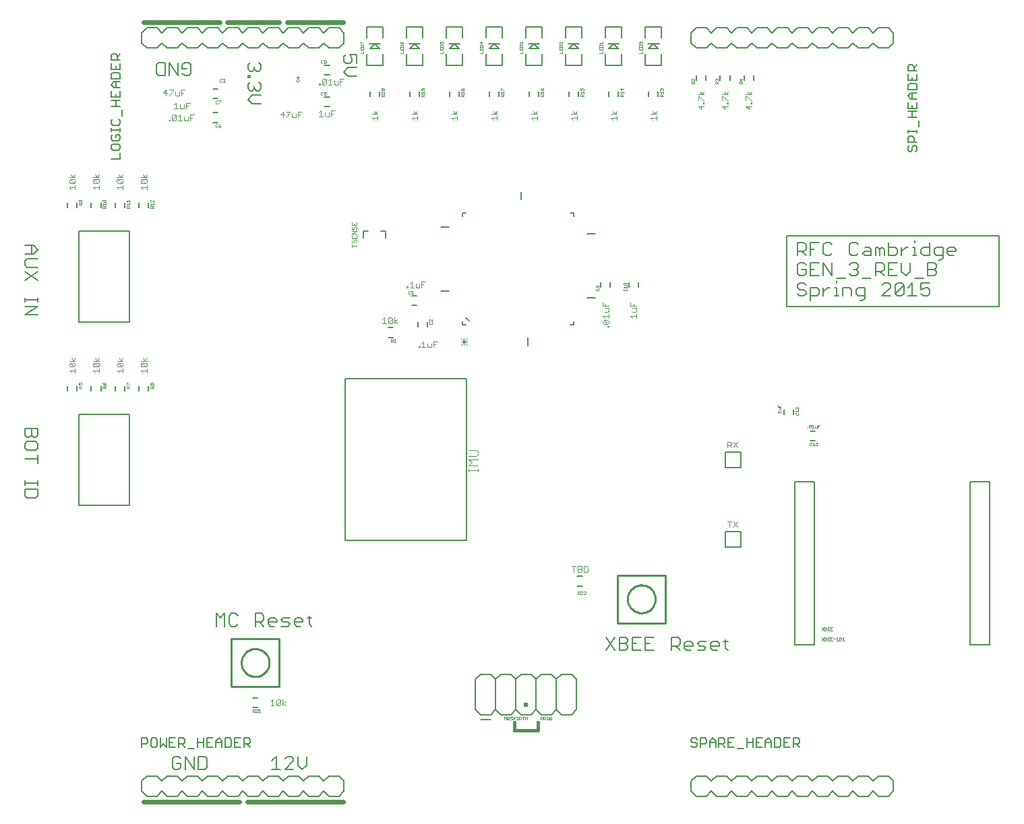
<source format=gto>
G75*
G70*
%OFA0B0*%
%FSLAX24Y24*%
%IPPOS*%
%LPD*%
%AMOC8*
5,1,8,0,0,1.08239X$1,22.5*
%
%ADD10C,0.0060*%
%ADD11C,0.0240*%
%ADD12C,0.0160*%
%ADD13C,0.0080*%
%ADD14C,0.0050*%
%ADD15C,0.0010*%
%ADD16C,0.0030*%
%ADD17R,0.0200X0.0200*%
%ADD18C,0.0020*%
%ADD19C,0.0100*%
%ADD20C,0.0040*%
D10*
X010643Y008302D02*
X010750Y008195D01*
X010963Y008195D01*
X011070Y008302D01*
X011070Y008516D01*
X010857Y008516D01*
X011070Y008729D02*
X010963Y008836D01*
X010750Y008836D01*
X010643Y008729D01*
X010643Y008302D01*
X011288Y008195D02*
X011288Y008836D01*
X011715Y008195D01*
X011715Y008836D01*
X011932Y008836D02*
X012252Y008836D01*
X012359Y008729D01*
X012359Y008302D01*
X012252Y008195D01*
X011932Y008195D01*
X011932Y008836D01*
X014629Y011276D02*
X014865Y011276D01*
X014865Y011748D02*
X014629Y011748D01*
X015778Y008836D02*
X015778Y008195D01*
X015991Y008195D02*
X015564Y008195D01*
X015564Y008622D02*
X015778Y008836D01*
X016209Y008729D02*
X016316Y008836D01*
X016529Y008836D01*
X016636Y008729D01*
X016636Y008622D01*
X016209Y008195D01*
X016636Y008195D01*
X016853Y008409D02*
X017067Y008195D01*
X017280Y008409D01*
X017280Y008836D01*
X016853Y008836D02*
X016853Y008409D01*
X016782Y015282D02*
X016676Y015389D01*
X016676Y015602D01*
X016782Y015709D01*
X016996Y015709D01*
X017103Y015602D01*
X017103Y015495D01*
X016676Y015495D01*
X016782Y015282D02*
X016996Y015282D01*
X017427Y015389D02*
X017427Y015816D01*
X017320Y015709D02*
X017534Y015709D01*
X017427Y015389D02*
X017534Y015282D01*
X016458Y015389D02*
X016351Y015495D01*
X016138Y015495D01*
X016031Y015602D01*
X016138Y015709D01*
X016458Y015709D01*
X016458Y015389D02*
X016351Y015282D01*
X016031Y015282D01*
X015814Y015495D02*
X015387Y015495D01*
X015387Y015389D02*
X015387Y015602D01*
X015493Y015709D01*
X015707Y015709D01*
X015814Y015602D01*
X015814Y015495D01*
X015707Y015282D02*
X015493Y015282D01*
X015387Y015389D01*
X015169Y015282D02*
X014956Y015495D01*
X015062Y015495D02*
X014742Y015495D01*
X014742Y015282D02*
X014742Y015923D01*
X015062Y015923D01*
X015169Y015816D01*
X015169Y015602D01*
X015062Y015495D01*
X013880Y015389D02*
X013773Y015282D01*
X013560Y015282D01*
X013453Y015389D01*
X013453Y015816D01*
X013560Y015923D01*
X013773Y015923D01*
X013880Y015816D01*
X013235Y015923D02*
X013235Y015282D01*
X012808Y015282D02*
X012808Y015923D01*
X013022Y015709D01*
X013235Y015923D01*
X004000Y021736D02*
X004000Y022057D01*
X003360Y022057D01*
X003360Y021736D01*
X003466Y021630D01*
X003893Y021630D01*
X004000Y021736D01*
X004000Y022273D02*
X004000Y022486D01*
X004000Y022380D02*
X003360Y022380D01*
X003360Y022486D02*
X003360Y022273D01*
X004000Y023348D02*
X004000Y023775D01*
X004000Y023562D02*
X003360Y023562D01*
X003466Y023993D02*
X003893Y023993D01*
X004000Y024100D01*
X004000Y024313D01*
X003893Y024420D01*
X003466Y024420D01*
X003360Y024313D01*
X003360Y024100D01*
X003466Y023993D01*
X003466Y024637D02*
X003360Y024744D01*
X003360Y025064D01*
X004000Y025064D01*
X004000Y024744D01*
X003893Y024637D01*
X003787Y024637D01*
X003680Y024744D01*
X003680Y025064D01*
X003680Y024744D02*
X003573Y024637D01*
X003466Y024637D01*
X005456Y026945D02*
X005456Y027181D01*
X005928Y027181D02*
X005928Y026945D01*
X006637Y026945D02*
X006637Y027181D01*
X007109Y027181D02*
X007109Y026945D01*
X007818Y026945D02*
X007818Y027181D01*
X008290Y027181D02*
X008290Y026945D01*
X008999Y026945D02*
X008999Y027181D01*
X009471Y027181D02*
X009471Y026945D01*
X004000Y030685D02*
X003360Y030685D01*
X004000Y031112D01*
X003360Y031112D01*
X003360Y031328D02*
X003360Y031541D01*
X003360Y031435D02*
X004000Y031435D01*
X004000Y031541D02*
X004000Y031328D01*
X004000Y032403D02*
X003360Y032831D01*
X003466Y033048D02*
X004000Y033048D01*
X004000Y032831D02*
X003360Y032403D01*
X003466Y033048D02*
X003360Y033155D01*
X003360Y033368D01*
X003466Y033475D01*
X004000Y033475D01*
X003787Y033693D02*
X003360Y033693D01*
X003680Y033693D02*
X003680Y034120D01*
X003787Y034120D02*
X004000Y033906D01*
X003787Y033693D01*
X003787Y034120D02*
X003360Y034120D01*
X005456Y036000D02*
X005456Y036236D01*
X005928Y036236D02*
X005928Y036000D01*
X006637Y036000D02*
X006637Y036236D01*
X007109Y036236D02*
X007109Y036000D01*
X007818Y036000D02*
X007818Y036236D01*
X008290Y036236D02*
X008290Y036000D01*
X008999Y036000D02*
X008999Y036236D01*
X009471Y036236D02*
X009471Y036000D01*
X012660Y040213D02*
X012897Y040213D01*
X012897Y040685D02*
X012660Y040685D01*
X012660Y041394D02*
X012897Y041394D01*
X012897Y041866D02*
X012660Y041866D01*
X011567Y042641D02*
X011567Y043068D01*
X011461Y043175D01*
X011247Y043175D01*
X011140Y043068D01*
X011140Y042854D01*
X011354Y042854D01*
X011567Y042641D02*
X011461Y042534D01*
X011247Y042534D01*
X011140Y042641D01*
X010923Y042534D02*
X010496Y043175D01*
X010496Y042534D01*
X010278Y042534D02*
X009958Y042534D01*
X009851Y042641D01*
X009851Y043068D01*
X009958Y043175D01*
X010278Y043175D01*
X010278Y042534D01*
X010923Y042534D02*
X010923Y043175D01*
X014383Y043068D02*
X014383Y042854D01*
X014490Y042748D01*
X014597Y042748D01*
X014704Y042854D01*
X014704Y042961D01*
X014704Y042854D02*
X014810Y042748D01*
X014917Y042748D01*
X015024Y042854D01*
X015024Y043068D01*
X014917Y043175D01*
X014490Y043175D02*
X014383Y043068D01*
X014383Y042530D02*
X014383Y042423D01*
X014490Y042423D01*
X014490Y042530D01*
X014383Y042530D01*
X014490Y042208D02*
X014383Y042101D01*
X014383Y041888D01*
X014490Y041781D01*
X014597Y041781D01*
X014704Y041888D01*
X014704Y041994D01*
X014704Y041888D02*
X014810Y041781D01*
X014917Y041781D01*
X015024Y041888D01*
X015024Y042101D01*
X014917Y042208D01*
X015024Y041563D02*
X014597Y041563D01*
X014383Y041350D01*
X014597Y041136D01*
X015024Y041136D01*
X018172Y041000D02*
X018408Y041000D01*
X018408Y041472D02*
X018172Y041472D01*
X019321Y042497D02*
X019748Y042497D01*
X019321Y042497D02*
X019108Y042710D01*
X019321Y042924D01*
X019748Y042924D01*
X019748Y043141D02*
X019748Y043568D01*
X019428Y043568D01*
X019535Y043355D01*
X019535Y043248D01*
X019428Y043141D01*
X019214Y043141D01*
X019108Y043248D01*
X019108Y043462D01*
X019214Y043568D01*
X018408Y043047D02*
X018172Y043047D01*
X018172Y042575D02*
X018408Y042575D01*
X020416Y041748D02*
X020416Y041512D01*
X020889Y041512D02*
X020889Y041748D01*
X022385Y041748D02*
X022385Y041512D01*
X022857Y041512D02*
X022857Y041748D01*
X024353Y041748D02*
X024353Y041512D01*
X024826Y041512D02*
X024826Y041748D01*
X026322Y041748D02*
X026322Y041512D01*
X026794Y041512D02*
X026794Y041748D01*
X028290Y041748D02*
X028290Y041512D01*
X028763Y041512D02*
X028763Y041748D01*
X030259Y041748D02*
X030259Y041512D01*
X030731Y041512D02*
X030731Y041748D01*
X032227Y041748D02*
X032227Y041512D01*
X032700Y041512D02*
X032700Y041748D01*
X034196Y041748D02*
X034196Y041512D01*
X034668Y041512D02*
X034668Y041748D01*
X036558Y042299D02*
X036558Y042535D01*
X037030Y042535D02*
X037030Y042299D01*
X037739Y042299D02*
X037739Y042535D01*
X038211Y042535D02*
X038211Y042299D01*
X038920Y042299D02*
X038920Y042535D01*
X039393Y042535D02*
X039393Y042299D01*
X030499Y035729D02*
X030329Y035729D01*
X030499Y035729D02*
X030499Y035559D01*
X031149Y034699D02*
X031549Y034699D01*
X031834Y032299D02*
X031834Y032063D01*
X032306Y032063D02*
X032306Y032299D01*
X033211Y032299D02*
X033211Y032063D01*
X033684Y032063D02*
X033684Y032299D01*
X031559Y031549D02*
X031159Y031549D01*
X030499Y030379D02*
X030499Y030209D01*
X030329Y030209D01*
X028209Y029559D02*
X028209Y029159D01*
X025309Y030389D02*
X025159Y030539D01*
X024979Y030379D02*
X024979Y030209D01*
X025149Y030209D01*
X024319Y031869D02*
X023919Y031869D01*
X022739Y031630D02*
X022503Y031630D01*
X022503Y031157D02*
X022739Y031157D01*
X022778Y030331D02*
X022778Y030094D01*
X023251Y030094D02*
X023251Y030331D01*
X021558Y030055D02*
X021322Y030055D01*
X021322Y029583D02*
X021558Y029583D01*
X023919Y035029D02*
X024319Y035029D01*
X024979Y035559D02*
X024979Y035729D01*
X025149Y035729D01*
X027899Y036389D02*
X027899Y036779D01*
X041549Y034261D02*
X041549Y033621D01*
X041549Y033834D02*
X041869Y033834D01*
X041976Y033941D01*
X041976Y034154D01*
X041869Y034261D01*
X041549Y034261D01*
X041762Y033834D02*
X041976Y033621D01*
X042193Y033621D02*
X042193Y034261D01*
X042620Y034261D01*
X042838Y034154D02*
X042838Y033727D01*
X042944Y033621D01*
X043158Y033621D01*
X043265Y033727D01*
X043265Y034154D02*
X043158Y034261D01*
X042944Y034261D01*
X042838Y034154D01*
X042407Y033941D02*
X042193Y033941D01*
X042193Y033261D02*
X042193Y032621D01*
X042620Y032621D01*
X042838Y032621D02*
X042838Y033261D01*
X043265Y032621D01*
X043265Y033261D01*
X042620Y033261D02*
X042193Y033261D01*
X041976Y033154D02*
X041869Y033261D01*
X041655Y033261D01*
X041549Y033154D01*
X041549Y032727D01*
X041655Y032621D01*
X041869Y032621D01*
X041976Y032727D01*
X041976Y032941D01*
X041762Y032941D01*
X042193Y032941D02*
X042407Y032941D01*
X041869Y032261D02*
X041655Y032261D01*
X041549Y032154D01*
X041549Y032048D01*
X041655Y031941D01*
X041869Y031941D01*
X041976Y031834D01*
X041976Y031727D01*
X041869Y031621D01*
X041655Y031621D01*
X041549Y031727D01*
X041976Y032154D02*
X041869Y032261D01*
X042193Y032048D02*
X042513Y032048D01*
X042620Y031941D01*
X042620Y031727D01*
X042513Y031621D01*
X042193Y031621D01*
X042193Y031407D02*
X042193Y032048D01*
X042838Y032048D02*
X042838Y031621D01*
X042838Y031834D02*
X043051Y032048D01*
X043158Y032048D01*
X043375Y032048D02*
X043482Y032048D01*
X043482Y031621D01*
X043588Y031621D02*
X043375Y031621D01*
X043805Y031621D02*
X043805Y032048D01*
X044125Y032048D01*
X044232Y031941D01*
X044232Y031621D01*
X044449Y031727D02*
X044556Y031621D01*
X044876Y031621D01*
X044876Y031514D02*
X044876Y032048D01*
X044556Y032048D01*
X044449Y031941D01*
X044449Y031727D01*
X044663Y031407D02*
X044769Y031407D01*
X044876Y031514D01*
X045738Y031621D02*
X046165Y032048D01*
X046165Y032154D01*
X046058Y032261D01*
X045845Y032261D01*
X045738Y032154D01*
X045843Y032621D02*
X045629Y032834D01*
X045736Y032834D02*
X045416Y032834D01*
X045416Y032621D02*
X045416Y033261D01*
X045736Y033261D01*
X045843Y033154D01*
X045843Y032941D01*
X045736Y032834D01*
X046060Y032941D02*
X046274Y032941D01*
X046487Y033261D02*
X046060Y033261D01*
X046060Y032621D01*
X046487Y032621D01*
X046705Y032834D02*
X046918Y032621D01*
X047132Y032834D01*
X047132Y033261D01*
X047242Y033621D02*
X047456Y033621D01*
X047349Y033621D02*
X047349Y034048D01*
X047242Y034048D01*
X047025Y034048D02*
X046918Y034048D01*
X046705Y033834D01*
X046705Y033621D02*
X046705Y034048D01*
X046487Y033941D02*
X046381Y034048D01*
X046060Y034048D01*
X046060Y034261D02*
X046060Y033621D01*
X046381Y033621D01*
X046487Y033727D01*
X046487Y033941D01*
X045843Y033941D02*
X045843Y033621D01*
X045629Y033621D02*
X045629Y033941D01*
X045736Y034048D01*
X045843Y033941D01*
X045629Y033941D02*
X045523Y034048D01*
X045416Y034048D01*
X045416Y033621D01*
X045198Y033621D02*
X044878Y033621D01*
X044771Y033727D01*
X044878Y033834D01*
X045198Y033834D01*
X045198Y033941D02*
X045198Y033621D01*
X045198Y033941D02*
X045092Y034048D01*
X044878Y034048D01*
X044554Y034154D02*
X044447Y034261D01*
X044234Y034261D01*
X044127Y034154D01*
X044127Y033727D01*
X044234Y033621D01*
X044447Y033621D01*
X044554Y033727D01*
X044447Y033261D02*
X044234Y033261D01*
X044127Y033154D01*
X044340Y032941D02*
X044447Y032941D01*
X044554Y032834D01*
X044554Y032727D01*
X044447Y032621D01*
X044234Y032621D01*
X044127Y032727D01*
X043909Y032514D02*
X043482Y032514D01*
X043482Y032368D02*
X043482Y032261D01*
X044447Y032941D02*
X044554Y033048D01*
X044554Y033154D01*
X044447Y033261D01*
X044771Y032514D02*
X045198Y032514D01*
X045738Y031621D02*
X046165Y031621D01*
X046383Y031727D02*
X046383Y032154D01*
X046489Y032261D01*
X046703Y032261D01*
X046810Y032154D01*
X046383Y031727D01*
X046489Y031621D01*
X046703Y031621D01*
X046810Y031727D01*
X046810Y032154D01*
X047027Y032048D02*
X047241Y032261D01*
X047241Y031621D01*
X047454Y031621D02*
X047027Y031621D01*
X047672Y031727D02*
X047779Y031621D01*
X047992Y031621D01*
X048099Y031727D01*
X048099Y031941D01*
X047992Y032048D01*
X047885Y032048D01*
X047672Y031941D01*
X047672Y032261D01*
X048099Y032261D01*
X047994Y032621D02*
X048314Y032621D01*
X048421Y032727D01*
X048421Y032834D01*
X048314Y032941D01*
X047994Y032941D01*
X047994Y033261D02*
X048314Y033261D01*
X048421Y033154D01*
X048421Y033048D01*
X048314Y032941D01*
X047994Y032621D02*
X047994Y033261D01*
X048099Y033621D02*
X047779Y033621D01*
X047672Y033727D01*
X047672Y033941D01*
X047779Y034048D01*
X048099Y034048D01*
X048099Y034261D02*
X048099Y033621D01*
X048316Y033727D02*
X048423Y033621D01*
X048743Y033621D01*
X048743Y033514D02*
X048743Y034048D01*
X048423Y034048D01*
X048316Y033941D01*
X048316Y033727D01*
X048530Y033407D02*
X048637Y033407D01*
X048743Y033514D01*
X048961Y033727D02*
X048961Y033941D01*
X049068Y034048D01*
X049281Y034048D01*
X049388Y033941D01*
X049388Y033834D01*
X048961Y033834D01*
X048961Y033727D02*
X049068Y033621D01*
X049281Y033621D01*
X047777Y032514D02*
X047350Y032514D01*
X046705Y032834D02*
X046705Y033261D01*
X047349Y034261D02*
X047349Y034368D01*
X041361Y026000D02*
X041361Y025764D01*
X040889Y025764D02*
X040889Y026000D01*
X042188Y024937D02*
X042424Y024937D01*
X042424Y024465D02*
X042188Y024465D01*
X030908Y017752D02*
X030672Y017752D01*
X030672Y017280D02*
X030908Y017280D01*
X032100Y014741D02*
X032527Y014101D01*
X032744Y014101D02*
X033065Y014101D01*
X033171Y014208D01*
X033171Y014314D01*
X033065Y014421D01*
X032744Y014421D01*
X032744Y014101D02*
X032744Y014741D01*
X033065Y014741D01*
X033171Y014635D01*
X033171Y014528D01*
X033065Y014421D01*
X033389Y014421D02*
X033602Y014421D01*
X033389Y014101D02*
X033816Y014101D01*
X034033Y014101D02*
X034460Y014101D01*
X034247Y014421D02*
X034033Y014421D01*
X034033Y014741D02*
X034033Y014101D01*
X034033Y014741D02*
X034460Y014741D01*
X033816Y014741D02*
X033389Y014741D01*
X033389Y014101D01*
X032527Y014741D02*
X032100Y014101D01*
X030633Y012656D02*
X030383Y012906D01*
X029883Y012906D01*
X029633Y012656D01*
X029633Y011156D01*
X029883Y010906D01*
X030383Y010906D01*
X030633Y011156D01*
X030633Y012656D01*
X029633Y012656D02*
X029383Y012906D01*
X028883Y012906D01*
X028633Y012656D01*
X028633Y011156D01*
X028883Y010906D01*
X029383Y010906D01*
X029633Y011156D01*
X028633Y011156D02*
X028383Y010906D01*
X027883Y010906D01*
X027633Y011156D01*
X027633Y012656D01*
X027883Y012906D01*
X028383Y012906D01*
X028633Y012656D01*
X027633Y012656D02*
X027383Y012906D01*
X026883Y012906D01*
X026633Y012656D01*
X026633Y011156D01*
X026883Y010906D01*
X027383Y010906D01*
X027633Y011156D01*
X026633Y011156D02*
X026383Y010906D01*
X025883Y010906D01*
X025633Y011156D01*
X025633Y012656D01*
X025883Y012906D01*
X026383Y012906D01*
X026633Y012656D01*
X035323Y014101D02*
X035323Y014741D01*
X035643Y014741D01*
X035750Y014635D01*
X035750Y014421D01*
X035643Y014314D01*
X035323Y014314D01*
X035536Y014314D02*
X035750Y014101D01*
X035967Y014208D02*
X035967Y014421D01*
X036074Y014528D01*
X036287Y014528D01*
X036394Y014421D01*
X036394Y014314D01*
X035967Y014314D01*
X035967Y014208D02*
X036074Y014101D01*
X036287Y014101D01*
X036612Y014101D02*
X036932Y014101D01*
X037039Y014208D01*
X036932Y014314D01*
X036718Y014314D01*
X036612Y014421D01*
X036718Y014528D01*
X037039Y014528D01*
X037256Y014421D02*
X037363Y014528D01*
X037576Y014528D01*
X037683Y014421D01*
X037683Y014314D01*
X037256Y014314D01*
X037256Y014208D02*
X037256Y014421D01*
X037256Y014208D02*
X037363Y014101D01*
X037576Y014101D01*
X038007Y014208D02*
X038114Y014101D01*
X038007Y014208D02*
X038007Y014635D01*
X037901Y014528D02*
X038114Y014528D01*
D11*
X013960Y006591D02*
X009235Y006591D01*
X014353Y006591D02*
X019078Y006591D01*
X019078Y045173D02*
X016322Y045173D01*
X015928Y045173D02*
X013369Y045173D01*
X012975Y045173D02*
X009235Y045173D01*
D12*
X027542Y010528D02*
X027542Y010134D01*
X028723Y010134D01*
X028723Y010528D01*
D13*
X026383Y010656D02*
X025883Y010656D01*
X019129Y007628D02*
X019129Y007128D01*
X018879Y006878D01*
X018379Y006878D01*
X018129Y007128D01*
X017879Y006878D01*
X017379Y006878D01*
X017129Y007128D01*
X016879Y006878D01*
X016379Y006878D01*
X016129Y007128D01*
X015879Y006878D01*
X015379Y006878D01*
X015129Y007128D01*
X014879Y006878D01*
X014379Y006878D01*
X014129Y007128D01*
X013879Y006878D01*
X013379Y006878D01*
X013129Y007128D01*
X012879Y006878D01*
X012379Y006878D01*
X012129Y007128D01*
X011879Y006878D01*
X011379Y006878D01*
X011129Y007128D01*
X010879Y006878D01*
X010379Y006878D01*
X010129Y007128D01*
X009879Y006878D01*
X009379Y006878D01*
X009129Y007128D01*
X009129Y007628D01*
X009379Y007878D01*
X009879Y007878D01*
X010129Y007628D01*
X010379Y007878D01*
X010879Y007878D01*
X011129Y007628D01*
X011379Y007878D01*
X011879Y007878D01*
X012129Y007628D01*
X012379Y007878D01*
X012879Y007878D01*
X013129Y007628D01*
X013379Y007878D01*
X013879Y007878D01*
X014129Y007628D01*
X014379Y007878D01*
X014879Y007878D01*
X015129Y007628D01*
X015379Y007878D01*
X015879Y007878D01*
X016129Y007628D01*
X016379Y007878D01*
X016879Y007878D01*
X017129Y007628D01*
X017379Y007878D01*
X017879Y007878D01*
X018129Y007628D01*
X018379Y007878D01*
X018879Y007878D01*
X019129Y007628D01*
X036294Y007628D02*
X036294Y007128D01*
X036544Y006878D01*
X037044Y006878D01*
X037294Y007128D01*
X037544Y006878D01*
X038044Y006878D01*
X038294Y007128D01*
X038544Y006878D01*
X039044Y006878D01*
X039294Y007128D01*
X039544Y006878D01*
X040044Y006878D01*
X040294Y007128D01*
X040544Y006878D01*
X041044Y006878D01*
X041294Y007128D01*
X041544Y006878D01*
X042044Y006878D01*
X042294Y007128D01*
X042544Y006878D01*
X043044Y006878D01*
X043294Y007128D01*
X043544Y006878D01*
X044044Y006878D01*
X044294Y007128D01*
X044544Y006878D01*
X045044Y006878D01*
X045294Y007128D01*
X045544Y006878D01*
X046044Y006878D01*
X046294Y007128D01*
X046294Y007628D01*
X046044Y007878D01*
X045544Y007878D01*
X045294Y007628D01*
X045044Y007878D01*
X044544Y007878D01*
X044294Y007628D01*
X044044Y007878D01*
X043544Y007878D01*
X043294Y007628D01*
X043044Y007878D01*
X042544Y007878D01*
X042294Y007628D01*
X042044Y007878D01*
X041544Y007878D01*
X041294Y007628D01*
X041044Y007878D01*
X040544Y007878D01*
X040294Y007628D01*
X040044Y007878D01*
X039544Y007878D01*
X039294Y007628D01*
X039044Y007878D01*
X038544Y007878D01*
X038294Y007628D01*
X038044Y007878D01*
X037544Y007878D01*
X037294Y007628D01*
X037044Y007878D01*
X036544Y007878D01*
X036294Y007628D01*
X041420Y014366D02*
X042404Y014366D01*
X042404Y022437D01*
X041420Y022437D01*
X041420Y014366D01*
X050082Y014366D02*
X050082Y022437D01*
X051066Y022437D01*
X051066Y014366D01*
X050082Y014366D01*
X021204Y034504D02*
X021204Y034819D01*
X020967Y034819D01*
X020337Y034819D02*
X020101Y034819D01*
X020101Y034504D01*
X020259Y043047D02*
X021046Y043047D01*
X021046Y043598D01*
X020889Y043874D02*
X020652Y044110D01*
X020416Y043874D01*
X020889Y043874D01*
X020928Y044110D02*
X020652Y044110D01*
X020377Y044110D01*
X020259Y044386D02*
X020259Y044937D01*
X021046Y044937D01*
X021046Y044386D01*
X020259Y043598D02*
X020259Y043047D01*
X019129Y044136D02*
X018879Y043886D01*
X018379Y043886D01*
X018129Y044136D01*
X017879Y043886D01*
X017379Y043886D01*
X017129Y044136D01*
X016879Y043886D01*
X016379Y043886D01*
X016129Y044136D01*
X015879Y043886D01*
X015379Y043886D01*
X015129Y044136D01*
X014879Y043886D01*
X014379Y043886D01*
X014129Y044136D01*
X013879Y043886D01*
X013379Y043886D01*
X013129Y044136D01*
X012879Y043886D01*
X012379Y043886D01*
X012129Y044136D01*
X011879Y043886D01*
X011379Y043886D01*
X011129Y044136D01*
X010879Y043886D01*
X010379Y043886D01*
X010129Y044136D01*
X009879Y043886D01*
X009379Y043886D01*
X009129Y044136D01*
X009129Y044636D01*
X009379Y044886D01*
X009879Y044886D01*
X010129Y044636D01*
X010379Y044886D01*
X010879Y044886D01*
X011129Y044636D01*
X011379Y044886D01*
X011879Y044886D01*
X012129Y044636D01*
X012379Y044886D01*
X012879Y044886D01*
X013129Y044636D01*
X013379Y044886D01*
X013879Y044886D01*
X014129Y044636D01*
X014379Y044886D01*
X014879Y044886D01*
X015129Y044636D01*
X015379Y044886D01*
X015879Y044886D01*
X016129Y044636D01*
X016379Y044886D01*
X016879Y044886D01*
X017129Y044636D01*
X017379Y044886D01*
X017879Y044886D01*
X018129Y044636D01*
X018379Y044886D01*
X018879Y044886D01*
X019129Y044636D01*
X019129Y044136D01*
X022227Y044386D02*
X022227Y044937D01*
X023015Y044937D01*
X023015Y044386D01*
X022897Y044110D02*
X022621Y044110D01*
X022857Y043874D01*
X022385Y043874D01*
X022621Y044110D01*
X022345Y044110D01*
X022227Y043598D02*
X022227Y043047D01*
X023015Y043047D01*
X023015Y043598D01*
X024196Y043598D02*
X024196Y043047D01*
X024983Y043047D01*
X024983Y043598D01*
X024826Y043874D02*
X024589Y044110D01*
X024353Y043874D01*
X024826Y043874D01*
X024865Y044110D02*
X024589Y044110D01*
X024314Y044110D01*
X024196Y044386D02*
X024196Y044937D01*
X024983Y044937D01*
X024983Y044386D01*
X026164Y044386D02*
X026164Y044937D01*
X026952Y044937D01*
X026952Y044386D01*
X026834Y044110D02*
X026558Y044110D01*
X026794Y043874D01*
X026322Y043874D01*
X026558Y044110D01*
X026282Y044110D01*
X026164Y043598D02*
X026164Y043047D01*
X026952Y043047D01*
X026952Y043598D01*
X028133Y043598D02*
X028133Y043047D01*
X028920Y043047D01*
X028920Y043598D01*
X028763Y043874D02*
X028526Y044110D01*
X028290Y043874D01*
X028763Y043874D01*
X028802Y044110D02*
X028526Y044110D01*
X028251Y044110D01*
X028133Y044386D02*
X028133Y044937D01*
X028920Y044937D01*
X028920Y044386D01*
X030101Y044386D02*
X030101Y044937D01*
X030889Y044937D01*
X030889Y044386D01*
X030771Y044110D02*
X030495Y044110D01*
X030731Y043874D01*
X030259Y043874D01*
X030495Y044110D01*
X030219Y044110D01*
X030101Y043598D02*
X030101Y043047D01*
X030889Y043047D01*
X030889Y043598D01*
X032070Y043598D02*
X032070Y043047D01*
X032857Y043047D01*
X032857Y043598D01*
X032700Y043874D02*
X032463Y044110D01*
X032227Y043874D01*
X032700Y043874D01*
X032739Y044110D02*
X032463Y044110D01*
X032188Y044110D01*
X032070Y044386D02*
X032070Y044937D01*
X032857Y044937D01*
X032857Y044386D01*
X034038Y044386D02*
X034038Y044937D01*
X034826Y044937D01*
X034826Y044386D01*
X034708Y044110D02*
X034432Y044110D01*
X034668Y043874D01*
X034196Y043874D01*
X034432Y044110D01*
X034156Y044110D01*
X034038Y043598D02*
X034038Y043047D01*
X034826Y043047D01*
X034826Y043598D01*
X036294Y044136D02*
X036294Y044636D01*
X036544Y044886D01*
X037044Y044886D01*
X037294Y044636D01*
X037544Y044886D01*
X038044Y044886D01*
X038294Y044636D01*
X038544Y044886D01*
X039044Y044886D01*
X039294Y044636D01*
X039544Y044886D01*
X040044Y044886D01*
X040294Y044636D01*
X040544Y044886D01*
X041044Y044886D01*
X041294Y044636D01*
X041544Y044886D01*
X042044Y044886D01*
X042294Y044636D01*
X042544Y044886D01*
X043044Y044886D01*
X043294Y044636D01*
X043544Y044886D01*
X044044Y044886D01*
X044294Y044636D01*
X044544Y044886D01*
X045044Y044886D01*
X045294Y044636D01*
X045544Y044886D01*
X046044Y044886D01*
X046294Y044636D01*
X046294Y044136D01*
X046044Y043886D01*
X045544Y043886D01*
X045294Y044136D01*
X045044Y043886D01*
X044544Y043886D01*
X044294Y044136D01*
X044044Y043886D01*
X043544Y043886D01*
X043294Y044136D01*
X043044Y043886D01*
X042544Y043886D01*
X042294Y044136D01*
X042044Y043886D01*
X041544Y043886D01*
X041294Y044136D01*
X041044Y043886D01*
X040544Y043886D01*
X040294Y044136D01*
X040044Y043886D01*
X039544Y043886D01*
X039294Y044136D01*
X039044Y043886D01*
X038544Y043886D01*
X038294Y044136D01*
X038044Y043886D01*
X037544Y043886D01*
X037294Y044136D01*
X037044Y043886D01*
X036544Y043886D01*
X036294Y044136D01*
D14*
X047016Y042978D02*
X047091Y043053D01*
X047241Y043053D01*
X047316Y042978D01*
X047316Y042753D01*
X047316Y042903D02*
X047466Y043053D01*
X047466Y042753D02*
X047016Y042753D01*
X047016Y042978D01*
X047016Y042593D02*
X047016Y042292D01*
X047466Y042292D01*
X047466Y042593D01*
X047241Y042443D02*
X047241Y042292D01*
X047091Y042132D02*
X047016Y042057D01*
X047016Y041832D01*
X047466Y041832D01*
X047466Y042057D01*
X047391Y042132D01*
X047091Y042132D01*
X047166Y041672D02*
X047466Y041672D01*
X047241Y041672D02*
X047241Y041372D01*
X047166Y041372D02*
X047016Y041522D01*
X047166Y041672D01*
X047166Y041372D02*
X047466Y041372D01*
X047466Y041211D02*
X047466Y040911D01*
X047016Y040911D01*
X047016Y041211D01*
X047241Y041061D02*
X047241Y040911D01*
X047241Y040751D02*
X047241Y040451D01*
X047466Y040451D02*
X047016Y040451D01*
X047016Y040751D02*
X047466Y040751D01*
X047542Y040291D02*
X047542Y039990D01*
X047466Y039834D02*
X047466Y039684D01*
X047466Y039759D02*
X047016Y039759D01*
X047016Y039684D02*
X047016Y039834D01*
X047091Y039523D02*
X047241Y039523D01*
X047316Y039448D01*
X047316Y039223D01*
X047466Y039223D02*
X047016Y039223D01*
X047016Y039448D01*
X047091Y039523D01*
X047091Y039063D02*
X047016Y038988D01*
X047016Y038838D01*
X047091Y038763D01*
X047166Y038763D01*
X047241Y038838D01*
X047241Y038988D01*
X047316Y039063D01*
X047391Y039063D01*
X047466Y038988D01*
X047466Y038838D01*
X047391Y038763D01*
X051519Y034591D02*
X051519Y031091D01*
X041019Y031091D01*
X041019Y034591D01*
X051519Y034591D01*
X038763Y023913D02*
X037975Y023913D01*
X037975Y023126D01*
X038763Y023126D01*
X038763Y023913D01*
X038763Y019976D02*
X037975Y019976D01*
X037975Y019189D01*
X038763Y019189D01*
X038763Y019976D01*
X039052Y009754D02*
X039052Y009304D01*
X038891Y009229D02*
X038591Y009229D01*
X038431Y009304D02*
X038131Y009304D01*
X038131Y009754D01*
X038431Y009754D01*
X038281Y009529D02*
X038131Y009529D01*
X037971Y009529D02*
X037896Y009454D01*
X037670Y009454D01*
X037670Y009304D02*
X037670Y009754D01*
X037896Y009754D01*
X037971Y009679D01*
X037971Y009529D01*
X037820Y009454D02*
X037971Y009304D01*
X037510Y009304D02*
X037510Y009604D01*
X037360Y009754D01*
X037210Y009604D01*
X037210Y009304D01*
X037210Y009529D02*
X037510Y009529D01*
X037050Y009529D02*
X037050Y009679D01*
X036975Y009754D01*
X036750Y009754D01*
X036750Y009304D01*
X036750Y009454D02*
X036975Y009454D01*
X037050Y009529D01*
X036589Y009454D02*
X036589Y009379D01*
X036514Y009304D01*
X036364Y009304D01*
X036289Y009379D01*
X036364Y009529D02*
X036514Y009529D01*
X036589Y009454D01*
X036589Y009679D02*
X036514Y009754D01*
X036364Y009754D01*
X036289Y009679D01*
X036289Y009604D01*
X036364Y009529D01*
X039052Y009529D02*
X039352Y009529D01*
X039512Y009529D02*
X039662Y009529D01*
X039512Y009304D02*
X039812Y009304D01*
X039972Y009304D02*
X039972Y009604D01*
X040122Y009754D01*
X040273Y009604D01*
X040273Y009304D01*
X040433Y009304D02*
X040658Y009304D01*
X040733Y009379D01*
X040733Y009679D01*
X040658Y009754D01*
X040433Y009754D01*
X040433Y009304D01*
X040273Y009529D02*
X039972Y009529D01*
X039812Y009754D02*
X039512Y009754D01*
X039512Y009304D01*
X039352Y009304D02*
X039352Y009754D01*
X040893Y009754D02*
X040893Y009304D01*
X041193Y009304D01*
X041353Y009304D02*
X041353Y009754D01*
X041579Y009754D01*
X041654Y009679D01*
X041654Y009529D01*
X041579Y009454D01*
X041353Y009454D01*
X041504Y009454D02*
X041654Y009304D01*
X041193Y009754D02*
X040893Y009754D01*
X040893Y009529D02*
X041043Y009529D01*
X025196Y019520D02*
X019196Y019520D01*
X019196Y027520D01*
X025196Y027520D01*
X025196Y019520D01*
X014488Y009679D02*
X014488Y009529D01*
X014413Y009454D01*
X014188Y009454D01*
X014188Y009304D02*
X014188Y009754D01*
X014413Y009754D01*
X014488Y009679D01*
X014338Y009454D02*
X014488Y009304D01*
X014028Y009304D02*
X013728Y009304D01*
X013728Y009754D01*
X014028Y009754D01*
X013878Y009529D02*
X013728Y009529D01*
X013568Y009379D02*
X013568Y009679D01*
X013493Y009754D01*
X013267Y009754D01*
X013267Y009304D01*
X013493Y009304D01*
X013568Y009379D01*
X013107Y009304D02*
X013107Y009604D01*
X012957Y009754D01*
X012807Y009604D01*
X012807Y009304D01*
X012647Y009304D02*
X012347Y009304D01*
X012347Y009754D01*
X012647Y009754D01*
X012497Y009529D02*
X012347Y009529D01*
X012186Y009529D02*
X011886Y009529D01*
X011886Y009304D02*
X011886Y009754D01*
X012186Y009754D02*
X012186Y009304D01*
X011726Y009229D02*
X011426Y009229D01*
X011266Y009304D02*
X011116Y009454D01*
X011191Y009454D02*
X010965Y009454D01*
X010965Y009304D02*
X010965Y009754D01*
X011191Y009754D01*
X011266Y009679D01*
X011266Y009529D01*
X011191Y009454D01*
X010805Y009304D02*
X010505Y009304D01*
X010505Y009754D01*
X010805Y009754D01*
X010655Y009529D02*
X010505Y009529D01*
X010345Y009304D02*
X010345Y009754D01*
X010045Y009754D02*
X010045Y009304D01*
X010195Y009454D01*
X010345Y009304D01*
X009884Y009379D02*
X009884Y009679D01*
X009809Y009754D01*
X009659Y009754D01*
X009584Y009679D01*
X009584Y009379D01*
X009659Y009304D01*
X009809Y009304D01*
X009884Y009379D01*
X009424Y009529D02*
X009424Y009679D01*
X009349Y009754D01*
X009124Y009754D01*
X009124Y009304D01*
X009124Y009454D02*
X009349Y009454D01*
X009424Y009529D01*
X012807Y009529D02*
X013107Y009529D01*
X008517Y021270D02*
X006017Y021270D01*
X006017Y025770D01*
X008517Y025770D01*
X008517Y021270D01*
X008517Y030325D02*
X006017Y030325D01*
X006017Y034825D01*
X008517Y034825D01*
X008517Y030325D01*
X008068Y038388D02*
X007618Y038388D01*
X008068Y038388D02*
X008068Y038689D01*
X007993Y038849D02*
X008068Y038924D01*
X008068Y039074D01*
X007993Y039149D01*
X007693Y039149D01*
X007618Y039074D01*
X007618Y038924D01*
X007693Y038849D01*
X007993Y038849D01*
X007993Y039309D02*
X007693Y039309D01*
X007618Y039384D01*
X007618Y039534D01*
X007693Y039610D01*
X007843Y039610D02*
X007843Y039459D01*
X007843Y039610D02*
X007993Y039610D01*
X008068Y039534D01*
X008068Y039384D01*
X007993Y039309D01*
X008068Y039770D02*
X008068Y039920D01*
X008068Y039845D02*
X007618Y039845D01*
X007618Y039770D02*
X007618Y039920D01*
X007693Y040077D02*
X007993Y040077D01*
X008068Y040152D01*
X008068Y040302D01*
X007993Y040377D01*
X008143Y040537D02*
X008143Y040837D01*
X008068Y040997D02*
X007618Y040997D01*
X007843Y040997D02*
X007843Y041298D01*
X007843Y041458D02*
X007843Y041608D01*
X008068Y041458D02*
X008068Y041758D01*
X008068Y041918D02*
X007768Y041918D01*
X007618Y042068D01*
X007768Y042218D01*
X008068Y042218D01*
X008068Y042379D02*
X008068Y042604D01*
X007993Y042679D01*
X007693Y042679D01*
X007618Y042604D01*
X007618Y042379D01*
X008068Y042379D01*
X007843Y042218D02*
X007843Y041918D01*
X007618Y041758D02*
X007618Y041458D01*
X008068Y041458D01*
X008068Y041298D02*
X007618Y041298D01*
X007693Y040377D02*
X007618Y040302D01*
X007618Y040152D01*
X007693Y040077D01*
X007618Y042839D02*
X008068Y042839D01*
X008068Y043139D01*
X008068Y043299D02*
X007618Y043299D01*
X007618Y043525D01*
X007693Y043600D01*
X007843Y043600D01*
X007918Y043525D01*
X007918Y043299D01*
X007918Y043449D02*
X008068Y043600D01*
X007618Y043139D02*
X007618Y042839D01*
X007843Y042839D02*
X007843Y042989D01*
D15*
X012989Y042331D02*
X012989Y042231D01*
X013014Y042206D01*
X013064Y042206D01*
X013089Y042231D01*
X013136Y042231D02*
X013161Y042206D01*
X013211Y042206D01*
X013236Y042231D01*
X013236Y042256D01*
X013211Y042281D01*
X013186Y042281D01*
X013211Y042281D02*
X013236Y042306D01*
X013236Y042331D01*
X013211Y042356D01*
X013161Y042356D01*
X013136Y042331D01*
X013089Y042331D02*
X013064Y042356D01*
X013014Y042356D01*
X012989Y042331D01*
X013036Y041300D02*
X013036Y041275D01*
X012936Y041175D01*
X012936Y041150D01*
X012889Y041175D02*
X012864Y041150D01*
X012814Y041150D01*
X012789Y041175D01*
X012789Y041275D01*
X012814Y041300D01*
X012864Y041300D01*
X012889Y041275D01*
X012936Y041300D02*
X013036Y041300D01*
X013036Y040119D02*
X012986Y040094D01*
X012936Y040044D01*
X013011Y040044D01*
X013036Y040019D01*
X013036Y039994D01*
X013011Y039969D01*
X012961Y039969D01*
X012936Y039994D01*
X012936Y040044D01*
X012889Y040094D02*
X012864Y040119D01*
X012814Y040119D01*
X012789Y040094D01*
X012789Y039994D01*
X012814Y039969D01*
X012864Y039969D01*
X012889Y039994D01*
X016777Y042259D02*
X016802Y042234D01*
X016902Y042234D01*
X016927Y042259D01*
X016927Y042309D01*
X016902Y042334D01*
X016852Y042381D02*
X016852Y042481D01*
X016927Y042456D02*
X016777Y042456D01*
X016852Y042381D01*
X016802Y042334D02*
X016777Y042309D01*
X016777Y042259D01*
X017995Y041691D02*
X017995Y041591D01*
X018020Y041566D01*
X018070Y041566D01*
X018095Y041591D01*
X018143Y041591D02*
X018168Y041566D01*
X018218Y041566D01*
X018243Y041591D01*
X018243Y041641D01*
X018218Y041666D01*
X018193Y041666D01*
X018143Y041641D01*
X018143Y041716D01*
X018243Y041716D01*
X018095Y041691D02*
X018070Y041716D01*
X018020Y041716D01*
X017995Y041691D01*
X018020Y043141D02*
X018070Y043141D01*
X018095Y043166D01*
X018143Y043166D02*
X018143Y043191D01*
X018168Y043216D01*
X018218Y043216D01*
X018243Y043191D01*
X018243Y043166D01*
X018218Y043141D01*
X018168Y043141D01*
X018143Y043166D01*
X018168Y043216D02*
X018143Y043241D01*
X018143Y043266D01*
X018168Y043291D01*
X018218Y043291D01*
X018243Y043266D01*
X018243Y043241D01*
X018218Y043216D01*
X018095Y043266D02*
X018070Y043291D01*
X018020Y043291D01*
X017995Y043266D01*
X017995Y043166D01*
X018020Y043141D01*
X019947Y043647D02*
X020097Y043647D01*
X020097Y043747D01*
X020097Y043794D02*
X020097Y043895D01*
X020097Y043942D02*
X019947Y043942D01*
X019947Y044017D01*
X019972Y044042D01*
X020072Y044042D01*
X020097Y044017D01*
X020097Y043942D01*
X020022Y043844D02*
X020022Y043794D01*
X019947Y043794D02*
X020097Y043794D01*
X019947Y043794D02*
X019947Y043895D01*
X019947Y044089D02*
X019947Y044189D01*
X019972Y044189D01*
X020072Y044089D01*
X020097Y044089D01*
X021916Y044017D02*
X021916Y043942D01*
X022066Y043942D01*
X022066Y044017D01*
X022041Y044042D01*
X021941Y044042D01*
X021916Y044017D01*
X021991Y044089D02*
X021991Y044164D01*
X022016Y044189D01*
X022041Y044189D01*
X022066Y044164D01*
X022066Y044114D01*
X022041Y044089D01*
X021991Y044089D01*
X021941Y044139D01*
X021916Y044189D01*
X021916Y043895D02*
X021916Y043794D01*
X022066Y043794D01*
X022066Y043895D01*
X021991Y043844D02*
X021991Y043794D01*
X022066Y043747D02*
X022066Y043647D01*
X021916Y043647D01*
X023884Y043647D02*
X024034Y043647D01*
X024034Y043747D01*
X024034Y043794D02*
X024034Y043895D01*
X024034Y043942D02*
X024034Y044017D01*
X024009Y044042D01*
X023909Y044042D01*
X023884Y044017D01*
X023884Y043942D01*
X024034Y043942D01*
X023959Y043844D02*
X023959Y043794D01*
X023884Y043794D02*
X024034Y043794D01*
X023884Y043794D02*
X023884Y043895D01*
X023884Y044089D02*
X023959Y044089D01*
X023934Y044139D01*
X023934Y044164D01*
X023959Y044189D01*
X024009Y044189D01*
X024034Y044164D01*
X024034Y044114D01*
X024009Y044089D01*
X023884Y044089D02*
X023884Y044189D01*
X025853Y044164D02*
X025928Y044089D01*
X025928Y044189D01*
X026003Y044164D02*
X025853Y044164D01*
X025878Y044042D02*
X025853Y044017D01*
X025853Y043942D01*
X026003Y043942D01*
X026003Y044017D01*
X025978Y044042D01*
X025878Y044042D01*
X025853Y043895D02*
X025853Y043794D01*
X026003Y043794D01*
X026003Y043895D01*
X025928Y043844D02*
X025928Y043794D01*
X026003Y043747D02*
X026003Y043647D01*
X025853Y043647D01*
X027821Y043647D02*
X027971Y043647D01*
X027971Y043747D01*
X027971Y043794D02*
X027971Y043895D01*
X027971Y043942D02*
X027821Y043942D01*
X027821Y044017D01*
X027846Y044042D01*
X027946Y044042D01*
X027971Y044017D01*
X027971Y043942D01*
X027896Y043844D02*
X027896Y043794D01*
X027821Y043794D02*
X027971Y043794D01*
X027821Y043794D02*
X027821Y043895D01*
X027846Y044089D02*
X027821Y044114D01*
X027821Y044164D01*
X027846Y044189D01*
X027871Y044189D01*
X027896Y044164D01*
X027921Y044189D01*
X027946Y044189D01*
X027971Y044164D01*
X027971Y044114D01*
X027946Y044089D01*
X027896Y044139D02*
X027896Y044164D01*
X029790Y044164D02*
X029790Y044114D01*
X029815Y044089D01*
X029815Y044042D02*
X029790Y044017D01*
X029790Y043942D01*
X029940Y043942D01*
X029940Y044017D01*
X029915Y044042D01*
X029815Y044042D01*
X029790Y044164D02*
X029815Y044189D01*
X029840Y044189D01*
X029940Y044089D01*
X029940Y044189D01*
X029940Y043895D02*
X029940Y043794D01*
X029790Y043794D01*
X029790Y043895D01*
X029865Y043844D02*
X029865Y043794D01*
X029940Y043747D02*
X029940Y043647D01*
X029790Y043647D01*
X031758Y043647D02*
X031908Y043647D01*
X031908Y043747D01*
X031908Y043794D02*
X031908Y043895D01*
X031908Y043942D02*
X031908Y044017D01*
X031883Y044042D01*
X031783Y044042D01*
X031758Y044017D01*
X031758Y043942D01*
X031908Y043942D01*
X031833Y043844D02*
X031833Y043794D01*
X031758Y043794D02*
X031908Y043794D01*
X031758Y043794D02*
X031758Y043895D01*
X031808Y044089D02*
X031758Y044139D01*
X031908Y044139D01*
X031908Y044089D02*
X031908Y044189D01*
X033727Y044164D02*
X033727Y044114D01*
X033752Y044089D01*
X033777Y044089D01*
X033802Y044114D01*
X033802Y044189D01*
X033852Y044189D02*
X033752Y044189D01*
X033727Y044164D01*
X033752Y044042D02*
X033727Y044017D01*
X033727Y043942D01*
X033877Y043942D01*
X033877Y044017D01*
X033852Y044042D01*
X033752Y044042D01*
X033852Y044089D02*
X033877Y044114D01*
X033877Y044164D01*
X033852Y044189D01*
X033877Y043895D02*
X033877Y043794D01*
X033727Y043794D01*
X033727Y043895D01*
X033802Y043844D02*
X033802Y043794D01*
X033877Y043747D02*
X033877Y043647D01*
X033727Y043647D01*
X032943Y041863D02*
X032793Y041863D01*
X032868Y041788D01*
X032868Y041888D01*
X032943Y041740D02*
X032943Y041640D01*
X032943Y041593D02*
X032893Y041543D01*
X032893Y041568D02*
X032893Y041493D01*
X032943Y041493D02*
X032793Y041493D01*
X032793Y041568D01*
X032818Y041593D01*
X032868Y041593D01*
X032893Y041568D01*
X032843Y041640D02*
X032793Y041690D01*
X032943Y041690D01*
X034762Y041690D02*
X034912Y041690D01*
X034912Y041640D02*
X034912Y041740D01*
X034887Y041788D02*
X034912Y041813D01*
X034912Y041863D01*
X034887Y041888D01*
X034862Y041888D01*
X034837Y041863D01*
X034837Y041838D01*
X034837Y041863D02*
X034812Y041888D01*
X034787Y041888D01*
X034762Y041863D01*
X034762Y041813D01*
X034787Y041788D01*
X034762Y041690D02*
X034812Y041640D01*
X034837Y041593D02*
X034862Y041568D01*
X034862Y041493D01*
X034912Y041493D02*
X034762Y041493D01*
X034762Y041568D01*
X034787Y041593D01*
X034837Y041593D01*
X034862Y041543D02*
X034912Y041593D01*
X036314Y042122D02*
X036314Y042197D01*
X036339Y042222D01*
X036389Y042222D01*
X036414Y042197D01*
X036414Y042122D01*
X036464Y042122D02*
X036314Y042122D01*
X036414Y042172D02*
X036464Y042222D01*
X036464Y042270D02*
X036364Y042370D01*
X036339Y042370D01*
X036314Y042345D01*
X036314Y042295D01*
X036339Y042270D01*
X036464Y042270D02*
X036464Y042370D01*
X037495Y042345D02*
X037520Y042370D01*
X037545Y042370D01*
X037570Y042345D01*
X037595Y042370D01*
X037620Y042370D01*
X037645Y042345D01*
X037645Y042295D01*
X037620Y042270D01*
X037645Y042222D02*
X037595Y042172D01*
X037595Y042197D02*
X037595Y042122D01*
X037645Y042122D02*
X037495Y042122D01*
X037495Y042197D01*
X037520Y042222D01*
X037570Y042222D01*
X037595Y042197D01*
X037520Y042270D02*
X037495Y042295D01*
X037495Y042345D01*
X037570Y042345D02*
X037570Y042320D01*
X038676Y042345D02*
X038751Y042270D01*
X038751Y042370D01*
X038826Y042345D02*
X038676Y042345D01*
X038701Y042222D02*
X038751Y042222D01*
X038776Y042197D01*
X038776Y042122D01*
X038776Y042172D02*
X038826Y042222D01*
X038826Y042122D02*
X038676Y042122D01*
X038676Y042197D01*
X038701Y042222D01*
X030975Y041863D02*
X030975Y041813D01*
X030950Y041788D01*
X030900Y041788D02*
X030875Y041838D01*
X030875Y041863D01*
X030900Y041888D01*
X030950Y041888D01*
X030975Y041863D01*
X030900Y041788D02*
X030825Y041788D01*
X030825Y041888D01*
X030825Y041690D02*
X030975Y041690D01*
X030975Y041640D02*
X030975Y041740D01*
X030875Y041640D02*
X030825Y041690D01*
X030850Y041593D02*
X030900Y041593D01*
X030925Y041568D01*
X030925Y041493D01*
X030975Y041493D02*
X030825Y041493D01*
X030825Y041568D01*
X030850Y041593D01*
X030925Y041543D02*
X030975Y041593D01*
X029006Y041593D02*
X028956Y041543D01*
X028956Y041568D02*
X028956Y041493D01*
X029006Y041493D02*
X028856Y041493D01*
X028856Y041568D01*
X028881Y041593D01*
X028931Y041593D01*
X028956Y041568D01*
X028906Y041640D02*
X028856Y041690D01*
X029006Y041690D01*
X029006Y041640D02*
X029006Y041740D01*
X028981Y041788D02*
X029006Y041813D01*
X029006Y041863D01*
X028981Y041888D01*
X028956Y041888D01*
X028931Y041863D01*
X028931Y041788D01*
X028981Y041788D01*
X028931Y041788D02*
X028881Y041838D01*
X028856Y041888D01*
X027038Y041788D02*
X027013Y041788D01*
X026913Y041888D01*
X026888Y041888D01*
X026888Y041788D01*
X026888Y041690D02*
X027038Y041690D01*
X027038Y041640D02*
X027038Y041740D01*
X026938Y041640D02*
X026888Y041690D01*
X026913Y041593D02*
X026963Y041593D01*
X026988Y041568D01*
X026988Y041493D01*
X027038Y041493D02*
X026888Y041493D01*
X026888Y041568D01*
X026913Y041593D01*
X026988Y041543D02*
X027038Y041593D01*
X025069Y041593D02*
X025019Y041543D01*
X025019Y041568D02*
X025019Y041493D01*
X025069Y041493D02*
X024919Y041493D01*
X024919Y041568D01*
X024944Y041593D01*
X024994Y041593D01*
X025019Y041568D01*
X024969Y041640D02*
X024919Y041690D01*
X025069Y041690D01*
X025069Y041640D02*
X025069Y041740D01*
X025044Y041788D02*
X025019Y041788D01*
X024994Y041813D01*
X024994Y041863D01*
X025019Y041888D01*
X025044Y041888D01*
X025069Y041863D01*
X025069Y041813D01*
X025044Y041788D01*
X024994Y041813D02*
X024969Y041788D01*
X024944Y041788D01*
X024919Y041813D01*
X024919Y041863D01*
X024944Y041888D01*
X024969Y041888D01*
X024994Y041863D01*
X023101Y041863D02*
X023076Y041888D01*
X022976Y041888D01*
X022951Y041863D01*
X022951Y041813D01*
X022976Y041788D01*
X023001Y041788D01*
X023026Y041813D01*
X023026Y041888D01*
X023101Y041863D02*
X023101Y041813D01*
X023076Y041788D01*
X023101Y041740D02*
X023101Y041640D01*
X023101Y041593D02*
X023051Y041543D01*
X023051Y041568D02*
X023051Y041493D01*
X023101Y041493D02*
X022951Y041493D01*
X022951Y041568D01*
X022976Y041593D01*
X023026Y041593D01*
X023051Y041568D01*
X023001Y041640D02*
X022951Y041690D01*
X023101Y041690D01*
X021132Y041640D02*
X021032Y041740D01*
X021007Y041740D01*
X020982Y041715D01*
X020982Y041665D01*
X021007Y041640D01*
X021007Y041593D02*
X021057Y041593D01*
X021082Y041568D01*
X021082Y041493D01*
X021082Y041543D02*
X021132Y041593D01*
X021132Y041640D02*
X021132Y041740D01*
X021107Y041788D02*
X021007Y041888D01*
X021107Y041888D01*
X021132Y041863D01*
X021132Y041813D01*
X021107Y041788D01*
X021007Y041788D01*
X020982Y041813D01*
X020982Y041863D01*
X021007Y041888D01*
X021007Y041593D02*
X020982Y041568D01*
X020982Y041493D01*
X021132Y041493D01*
X009715Y036376D02*
X009715Y036276D01*
X009615Y036376D01*
X009590Y036376D01*
X009565Y036351D01*
X009565Y036301D01*
X009590Y036276D01*
X009565Y036179D02*
X009715Y036179D01*
X009715Y036229D02*
X009715Y036128D01*
X009715Y036081D02*
X009665Y036031D01*
X009665Y036056D02*
X009665Y035981D01*
X009715Y035981D02*
X009565Y035981D01*
X009565Y036056D01*
X009590Y036081D01*
X009640Y036081D01*
X009665Y036056D01*
X009615Y036128D02*
X009565Y036179D01*
X008534Y036179D02*
X008384Y036179D01*
X008434Y036128D01*
X008459Y036081D02*
X008484Y036056D01*
X008484Y035981D01*
X008534Y035981D02*
X008384Y035981D01*
X008384Y036056D01*
X008409Y036081D01*
X008459Y036081D01*
X008484Y036031D02*
X008534Y036081D01*
X008534Y036128D02*
X008534Y036229D01*
X008534Y036276D02*
X008534Y036376D01*
X008534Y036326D02*
X008384Y036326D01*
X008434Y036276D01*
X007353Y036301D02*
X007328Y036276D01*
X007228Y036376D01*
X007328Y036376D01*
X007353Y036351D01*
X007353Y036301D01*
X007328Y036276D02*
X007228Y036276D01*
X007203Y036301D01*
X007203Y036351D01*
X007228Y036376D01*
X007353Y036229D02*
X007353Y036128D01*
X007353Y036081D02*
X007303Y036031D01*
X007303Y036056D02*
X007303Y035981D01*
X007353Y035981D02*
X007203Y035981D01*
X007203Y036056D01*
X007228Y036081D01*
X007278Y036081D01*
X007303Y036056D01*
X007253Y036128D02*
X007203Y036179D01*
X007353Y036179D01*
X006172Y036229D02*
X006122Y036179D01*
X006122Y036204D02*
X006122Y036128D01*
X006172Y036128D02*
X006022Y036128D01*
X006022Y036204D01*
X006047Y036229D01*
X006097Y036229D01*
X006122Y036204D01*
X006147Y036276D02*
X006172Y036301D01*
X006172Y036351D01*
X006147Y036376D01*
X006047Y036376D01*
X006022Y036351D01*
X006022Y036301D01*
X006047Y036276D01*
X006072Y036276D01*
X006097Y036301D01*
X006097Y036376D01*
X006097Y027321D02*
X006072Y027296D01*
X006072Y027271D01*
X006097Y027221D01*
X006022Y027221D01*
X006022Y027321D01*
X006097Y027321D02*
X006147Y027321D01*
X006172Y027296D01*
X006172Y027246D01*
X006147Y027221D01*
X006172Y027173D02*
X006122Y027123D01*
X006122Y027148D02*
X006122Y027073D01*
X006172Y027073D02*
X006022Y027073D01*
X006022Y027148D01*
X006047Y027173D01*
X006097Y027173D01*
X006122Y027148D01*
X007203Y027148D02*
X007228Y027173D01*
X007278Y027173D01*
X007303Y027148D01*
X007303Y027073D01*
X007353Y027073D02*
X007203Y027073D01*
X007203Y027148D01*
X007303Y027123D02*
X007353Y027173D01*
X007328Y027221D02*
X007353Y027246D01*
X007353Y027296D01*
X007328Y027321D01*
X007303Y027321D01*
X007278Y027296D01*
X007278Y027221D01*
X007328Y027221D01*
X007278Y027221D02*
X007228Y027271D01*
X007203Y027321D01*
X008384Y027321D02*
X008409Y027321D01*
X008509Y027221D01*
X008534Y027221D01*
X008534Y027173D02*
X008484Y027123D01*
X008484Y027148D02*
X008484Y027073D01*
X008534Y027073D02*
X008384Y027073D01*
X008384Y027148D01*
X008409Y027173D01*
X008459Y027173D01*
X008484Y027148D01*
X008384Y027221D02*
X008384Y027321D01*
X009565Y027296D02*
X009590Y027321D01*
X009615Y027321D01*
X009640Y027296D01*
X009640Y027246D01*
X009615Y027221D01*
X009590Y027221D01*
X009565Y027246D01*
X009565Y027296D01*
X009640Y027296D02*
X009665Y027321D01*
X009690Y027321D01*
X009715Y027296D01*
X009715Y027246D01*
X009690Y027221D01*
X009665Y027221D01*
X009640Y027246D01*
X009640Y027173D02*
X009665Y027148D01*
X009665Y027073D01*
X009715Y027073D02*
X009565Y027073D01*
X009565Y027148D01*
X009590Y027173D01*
X009640Y027173D01*
X009665Y027123D02*
X009715Y027173D01*
X021450Y029339D02*
X021450Y029489D01*
X021525Y029489D01*
X021550Y029464D01*
X021550Y029414D01*
X021525Y029389D01*
X021450Y029389D01*
X021500Y029389D02*
X021550Y029339D01*
X021598Y029339D02*
X021698Y029339D01*
X021648Y029339D02*
X021648Y029489D01*
X021598Y029439D01*
X023345Y030248D02*
X023370Y030223D01*
X023470Y030223D01*
X023495Y030248D01*
X023495Y030298D01*
X023470Y030323D01*
X023495Y030370D02*
X023395Y030470D01*
X023370Y030470D01*
X023345Y030445D01*
X023345Y030395D01*
X023370Y030370D01*
X023370Y030323D02*
X023345Y030298D01*
X023345Y030248D01*
X023495Y030370D02*
X023495Y030470D01*
X022573Y031724D02*
X022473Y031724D01*
X022523Y031724D02*
X022523Y031874D01*
X022473Y031824D01*
X022426Y031849D02*
X022401Y031874D01*
X022351Y031874D01*
X022326Y031849D01*
X022326Y031749D01*
X022351Y031724D01*
X022401Y031724D01*
X022426Y031749D01*
X031590Y031911D02*
X031615Y031886D01*
X031715Y031886D01*
X031740Y031911D01*
X031740Y031961D01*
X031715Y031986D01*
X031715Y032033D02*
X031740Y032058D01*
X031740Y032108D01*
X031715Y032134D01*
X031615Y032134D01*
X031590Y032108D01*
X031590Y032058D01*
X031615Y032033D01*
X031640Y032033D01*
X031665Y032058D01*
X031665Y032134D01*
X031615Y031986D02*
X031590Y031961D01*
X031590Y031911D01*
X032968Y031911D02*
X032993Y031886D01*
X033093Y031886D01*
X033118Y031911D01*
X033118Y031961D01*
X033093Y031986D01*
X033118Y032033D02*
X033118Y032134D01*
X033118Y032083D02*
X032968Y032083D01*
X033018Y032033D01*
X032993Y031986D02*
X032968Y031961D01*
X032968Y031911D01*
X032993Y032181D02*
X032968Y032206D01*
X032968Y032256D01*
X032993Y032281D01*
X033093Y032181D01*
X033118Y032206D01*
X033118Y032256D01*
X033093Y032281D01*
X032993Y032281D01*
X032993Y032181D02*
X033093Y032181D01*
X040580Y026240D02*
X040580Y026140D01*
X040730Y026140D01*
X040730Y026092D02*
X040630Y026092D01*
X040655Y026140D02*
X040655Y026190D01*
X040730Y026092D02*
X040730Y026017D01*
X040705Y025992D01*
X040630Y025992D01*
X040580Y025895D02*
X040730Y025895D01*
X040730Y025845D02*
X040730Y025945D01*
X040630Y025845D02*
X040580Y025895D01*
X041455Y025942D02*
X041605Y025942D01*
X041605Y025892D02*
X041605Y025992D01*
X041605Y026040D02*
X041505Y026140D01*
X041480Y026140D01*
X041455Y026115D01*
X041455Y026065D01*
X041480Y026040D01*
X041455Y025942D02*
X041505Y025892D01*
X041480Y025845D02*
X041455Y025820D01*
X041455Y025770D01*
X041480Y025745D01*
X041580Y025745D01*
X041605Y025770D01*
X041605Y025820D01*
X041580Y025845D01*
X041605Y026040D02*
X041605Y026140D01*
X042147Y025246D02*
X042197Y025246D01*
X042222Y025221D01*
X042122Y025121D01*
X042147Y025096D01*
X042197Y025096D01*
X042222Y025121D01*
X042222Y025221D01*
X042269Y025196D02*
X042319Y025246D01*
X042319Y025096D01*
X042269Y025096D02*
X042369Y025096D01*
X042416Y025121D02*
X042441Y025096D01*
X042516Y025096D01*
X042516Y025196D01*
X042564Y025171D02*
X042614Y025171D01*
X042564Y025246D02*
X042664Y025246D01*
X042564Y025246D02*
X042564Y025096D01*
X042416Y025121D02*
X042416Y025196D01*
X042147Y025246D02*
X042122Y025221D01*
X042122Y025121D01*
X042073Y025121D02*
X042073Y025096D01*
X042048Y025096D01*
X042048Y025121D01*
X042073Y025121D01*
X042194Y024371D02*
X042169Y024346D01*
X042169Y024246D01*
X042194Y024221D01*
X042244Y024221D01*
X042269Y024246D01*
X042316Y024221D02*
X042416Y024221D01*
X042464Y024221D02*
X042564Y024221D01*
X042514Y024221D02*
X042514Y024371D01*
X042464Y024321D01*
X042366Y024371D02*
X042366Y024221D01*
X042316Y024321D02*
X042366Y024371D01*
X042269Y024346D02*
X042244Y024371D01*
X042194Y024371D01*
X031087Y016987D02*
X031062Y017012D01*
X031012Y017012D01*
X030987Y016987D01*
X030939Y016987D02*
X030914Y017012D01*
X030864Y017012D01*
X030839Y016987D01*
X030792Y016987D02*
X030792Y016937D01*
X030767Y016912D01*
X030692Y016912D01*
X030742Y016912D02*
X030792Y016861D01*
X030839Y016861D02*
X030939Y016962D01*
X030939Y016987D01*
X030939Y016861D02*
X030839Y016861D01*
X030792Y016987D02*
X030767Y017012D01*
X030692Y017012D01*
X030692Y016861D01*
X030987Y016861D02*
X031087Y016962D01*
X031087Y016987D01*
X031087Y016861D02*
X030987Y016861D01*
X029365Y010801D02*
X029315Y010801D01*
X029290Y010776D01*
X029290Y010676D01*
X029315Y010651D01*
X029365Y010651D01*
X029391Y010676D01*
X029391Y010726D01*
X029340Y010726D01*
X029391Y010776D02*
X029365Y010801D01*
X029243Y010776D02*
X029218Y010801D01*
X029168Y010801D01*
X029143Y010776D01*
X029143Y010676D01*
X029168Y010651D01*
X029218Y010651D01*
X029243Y010676D01*
X029243Y010776D01*
X029096Y010776D02*
X029096Y010726D01*
X029071Y010701D01*
X028996Y010701D01*
X029046Y010701D02*
X029096Y010651D01*
X028996Y010651D02*
X028996Y010801D01*
X029071Y010801D01*
X029096Y010776D01*
X028949Y010776D02*
X028949Y010726D01*
X028924Y010701D01*
X028848Y010701D01*
X028848Y010651D02*
X028848Y010801D01*
X028924Y010801D01*
X028949Y010776D01*
X028191Y010801D02*
X028191Y010651D01*
X028191Y010726D02*
X028090Y010726D01*
X028090Y010651D02*
X028090Y010801D01*
X028043Y010801D02*
X027943Y010801D01*
X027993Y010801D02*
X027993Y010651D01*
X027896Y010726D02*
X027871Y010701D01*
X027796Y010701D01*
X027796Y010651D02*
X027796Y010801D01*
X027871Y010801D01*
X027896Y010776D01*
X027896Y010726D01*
X027749Y010751D02*
X027749Y010776D01*
X027724Y010801D01*
X027673Y010801D01*
X027648Y010776D01*
X027601Y010801D02*
X027501Y010651D01*
X027454Y010676D02*
X027429Y010651D01*
X027379Y010651D01*
X027354Y010676D01*
X027307Y010676D02*
X027282Y010651D01*
X027231Y010651D01*
X027206Y010676D01*
X027307Y010776D01*
X027307Y010676D01*
X027354Y010726D02*
X027404Y010751D01*
X027429Y010751D01*
X027454Y010726D01*
X027454Y010676D01*
X027354Y010726D02*
X027354Y010801D01*
X027454Y010801D01*
X027501Y010801D02*
X027601Y010651D01*
X027648Y010651D02*
X027749Y010751D01*
X027749Y010651D02*
X027648Y010651D01*
X027307Y010776D02*
X027282Y010801D01*
X027231Y010801D01*
X027206Y010776D01*
X027206Y010676D01*
X027159Y010651D02*
X027159Y010801D01*
X027109Y010751D01*
X027059Y010801D01*
X027059Y010651D01*
X015005Y011032D02*
X014905Y011032D01*
X014857Y011032D02*
X014757Y011032D01*
X014857Y011132D01*
X014857Y011157D01*
X014832Y011182D01*
X014782Y011182D01*
X014757Y011157D01*
X014710Y011157D02*
X014710Y011107D01*
X014685Y011082D01*
X014610Y011082D01*
X014660Y011082D02*
X014710Y011032D01*
X014610Y011032D02*
X014610Y011182D01*
X014685Y011182D01*
X014710Y011157D01*
X014905Y011132D02*
X014955Y011182D01*
X014955Y011032D01*
X042748Y014576D02*
X042848Y014726D01*
X042895Y014726D02*
X042970Y014726D01*
X042995Y014701D01*
X042995Y014676D01*
X042970Y014651D01*
X042895Y014651D01*
X042895Y014576D02*
X042895Y014726D01*
X042970Y014651D02*
X042995Y014626D01*
X042995Y014601D01*
X042970Y014576D01*
X042895Y014576D01*
X042848Y014576D02*
X042748Y014726D01*
X043043Y014726D02*
X043043Y014576D01*
X043143Y014576D01*
X043190Y014576D02*
X043290Y014576D01*
X043337Y014651D02*
X043437Y014651D01*
X043485Y014676D02*
X043535Y014726D01*
X043535Y014576D01*
X043485Y014576D02*
X043585Y014576D01*
X043632Y014576D02*
X043707Y014576D01*
X043732Y014601D01*
X043732Y014626D01*
X043707Y014651D01*
X043632Y014651D01*
X043632Y014726D02*
X043707Y014726D01*
X043732Y014701D01*
X043732Y014676D01*
X043707Y014651D01*
X043779Y014676D02*
X043829Y014726D01*
X043829Y014576D01*
X043779Y014576D02*
X043879Y014576D01*
X043632Y014576D02*
X043632Y014726D01*
X043290Y014726D02*
X043190Y014726D01*
X043190Y014576D01*
X043190Y014651D02*
X043240Y014651D01*
X043143Y014726D02*
X043043Y014726D01*
X043043Y014651D02*
X043093Y014651D01*
X043043Y015076D02*
X043143Y015076D01*
X043190Y015076D02*
X043290Y015076D01*
X043240Y015151D02*
X043190Y015151D01*
X043190Y015226D02*
X043190Y015076D01*
X043093Y015151D02*
X043043Y015151D01*
X042995Y015176D02*
X042970Y015151D01*
X042895Y015151D01*
X042895Y015226D02*
X042970Y015226D01*
X042995Y015201D01*
X042995Y015176D01*
X042970Y015151D02*
X042995Y015126D01*
X042995Y015101D01*
X042970Y015076D01*
X042895Y015076D01*
X042895Y015226D01*
X042848Y015226D02*
X042748Y015076D01*
X042848Y015076D02*
X042748Y015226D01*
X043043Y015226D02*
X043043Y015076D01*
X043043Y015226D02*
X043143Y015226D01*
X043190Y015226D02*
X043290Y015226D01*
D16*
X038577Y020188D02*
X038384Y020478D01*
X038283Y020478D02*
X038089Y020478D01*
X038186Y020478D02*
X038186Y020188D01*
X038384Y020188D02*
X038577Y020478D01*
X038577Y024125D02*
X038384Y024415D01*
X038283Y024367D02*
X038283Y024270D01*
X038234Y024222D01*
X038089Y024222D01*
X038089Y024125D02*
X038089Y024415D01*
X038234Y024415D01*
X038283Y024367D01*
X038186Y024222D02*
X038283Y024125D01*
X038384Y024125D02*
X038577Y024415D01*
X032218Y030089D02*
X032170Y030089D01*
X032170Y030137D01*
X032218Y030137D01*
X032218Y030089D01*
X032170Y030236D02*
X031977Y030430D01*
X032170Y030430D01*
X032218Y030382D01*
X032218Y030285D01*
X032170Y030236D01*
X031977Y030236D01*
X031928Y030285D01*
X031928Y030382D01*
X031977Y030430D01*
X032025Y030531D02*
X031928Y030628D01*
X032218Y030628D01*
X032218Y030531D02*
X032218Y030725D01*
X032170Y030826D02*
X032218Y030874D01*
X032218Y031019D01*
X032025Y031019D01*
X032073Y031120D02*
X032073Y031217D01*
X031928Y031120D02*
X031928Y031314D01*
X031928Y031120D02*
X032218Y031120D01*
X032170Y030826D02*
X032025Y030826D01*
X033306Y030628D02*
X033596Y030628D01*
X033596Y030531D02*
X033596Y030725D01*
X033548Y030826D02*
X033596Y030874D01*
X033596Y031019D01*
X033403Y031019D01*
X033451Y031120D02*
X033451Y031217D01*
X033596Y031120D02*
X033306Y031120D01*
X033306Y031314D01*
X033403Y030826D02*
X033548Y030826D01*
X033306Y030628D02*
X033403Y030531D01*
X025226Y029527D02*
X024912Y029214D01*
X025226Y029527D01*
X025226Y029370D02*
X024912Y029370D01*
X025226Y029370D01*
X025226Y029214D02*
X024912Y029527D01*
X025226Y029214D01*
X025069Y029214D02*
X025069Y029527D01*
X025069Y029214D01*
X023757Y029377D02*
X023563Y029377D01*
X023563Y029087D01*
X023462Y029087D02*
X023462Y029281D01*
X023563Y029232D02*
X023660Y029232D01*
X023462Y029087D02*
X023317Y029087D01*
X023268Y029135D01*
X023268Y029281D01*
X023167Y029087D02*
X022974Y029087D01*
X023071Y029087D02*
X023071Y029377D01*
X022974Y029281D01*
X022875Y029135D02*
X022875Y029087D01*
X022826Y029087D01*
X022826Y029135D01*
X022875Y029135D01*
X021754Y030261D02*
X021609Y030357D01*
X021754Y030454D01*
X021609Y030551D02*
X021609Y030261D01*
X021508Y030309D02*
X021460Y030261D01*
X021363Y030261D01*
X021315Y030309D01*
X021508Y030503D01*
X021508Y030309D01*
X021315Y030309D02*
X021315Y030503D01*
X021363Y030551D01*
X021460Y030551D01*
X021508Y030503D01*
X021213Y030261D02*
X021020Y030261D01*
X021117Y030261D02*
X021117Y030551D01*
X021020Y030454D01*
X022236Y032040D02*
X022284Y032040D01*
X022284Y032088D01*
X022236Y032088D01*
X022236Y032040D01*
X022383Y032040D02*
X022577Y032040D01*
X022480Y032040D02*
X022480Y032330D01*
X022383Y032233D01*
X022678Y032233D02*
X022678Y032088D01*
X022726Y032040D01*
X022871Y032040D01*
X022871Y032233D01*
X022973Y032185D02*
X023069Y032185D01*
X022973Y032330D02*
X023166Y032330D01*
X022973Y032330D02*
X022973Y032040D01*
X022770Y040324D02*
X022770Y040517D01*
X022770Y040420D02*
X022479Y040420D01*
X022576Y040324D01*
X022479Y040618D02*
X022770Y040618D01*
X022673Y040618D02*
X022576Y040763D01*
X022673Y040618D02*
X022770Y040763D01*
X024448Y040618D02*
X024738Y040618D01*
X024641Y040618D02*
X024545Y040763D01*
X024641Y040618D02*
X024738Y040763D01*
X024738Y040517D02*
X024738Y040324D01*
X024738Y040420D02*
X024448Y040420D01*
X024545Y040324D01*
X026416Y040420D02*
X026707Y040420D01*
X026707Y040324D02*
X026707Y040517D01*
X026707Y040618D02*
X026416Y040618D01*
X026513Y040763D02*
X026610Y040618D01*
X026707Y040763D01*
X026416Y040420D02*
X026513Y040324D01*
X028385Y040420D02*
X028675Y040420D01*
X028675Y040324D02*
X028675Y040517D01*
X028675Y040618D02*
X028385Y040618D01*
X028482Y040763D02*
X028578Y040618D01*
X028675Y040763D01*
X028385Y040420D02*
X028482Y040324D01*
X030353Y040420D02*
X030644Y040420D01*
X030644Y040324D02*
X030644Y040517D01*
X030644Y040618D02*
X030353Y040618D01*
X030450Y040763D02*
X030547Y040618D01*
X030644Y040763D01*
X030353Y040420D02*
X030450Y040324D01*
X032322Y040420D02*
X032612Y040420D01*
X032612Y040324D02*
X032612Y040517D01*
X032612Y040618D02*
X032322Y040618D01*
X032419Y040763D02*
X032515Y040618D01*
X032612Y040763D01*
X032322Y040420D02*
X032419Y040324D01*
X034290Y040420D02*
X034581Y040420D01*
X034581Y040324D02*
X034581Y040517D01*
X034581Y040618D02*
X034290Y040618D01*
X034387Y040763D02*
X034484Y040618D01*
X034581Y040763D01*
X034290Y040420D02*
X034387Y040324D01*
X036645Y040996D02*
X036790Y040851D01*
X036790Y041045D01*
X036887Y041146D02*
X036887Y041194D01*
X036935Y041194D01*
X036935Y041146D01*
X036887Y041146D01*
X036887Y041293D02*
X036935Y041293D01*
X036887Y041293D02*
X036694Y041487D01*
X036645Y041487D01*
X036645Y041293D01*
X036645Y041588D02*
X036935Y041588D01*
X036839Y041588D02*
X036742Y041733D01*
X036839Y041588D02*
X036935Y041733D01*
X036935Y040996D02*
X036645Y040996D01*
X037826Y040996D02*
X037971Y040851D01*
X037971Y041045D01*
X038068Y041146D02*
X038068Y041194D01*
X038117Y041194D01*
X038117Y041146D01*
X038068Y041146D01*
X038068Y041293D02*
X038117Y041293D01*
X038068Y041293D02*
X037875Y041487D01*
X037826Y041487D01*
X037826Y041293D01*
X037826Y041588D02*
X038117Y041588D01*
X038020Y041588D02*
X037923Y041733D01*
X038020Y041588D02*
X038117Y041733D01*
X038117Y040996D02*
X037826Y040996D01*
X039007Y040996D02*
X039153Y040851D01*
X039153Y041045D01*
X039249Y041146D02*
X039249Y041194D01*
X039298Y041194D01*
X039298Y041146D01*
X039249Y041146D01*
X039249Y041293D02*
X039298Y041293D01*
X039249Y041293D02*
X039056Y041487D01*
X039007Y041487D01*
X039007Y041293D01*
X039007Y041588D02*
X039298Y041588D01*
X039201Y041588D02*
X039104Y041733D01*
X039201Y041588D02*
X039298Y041733D01*
X039298Y040996D02*
X039007Y040996D01*
X020801Y040763D02*
X020704Y040618D01*
X020608Y040763D01*
X020511Y040618D02*
X020801Y040618D01*
X020801Y040517D02*
X020801Y040324D01*
X020801Y040420D02*
X020511Y040420D01*
X020608Y040324D01*
X018688Y040795D02*
X018495Y040795D01*
X018495Y040504D01*
X018393Y040504D02*
X018393Y040698D01*
X018495Y040649D02*
X018591Y040649D01*
X018393Y040504D02*
X018248Y040504D01*
X018200Y040553D01*
X018200Y040698D01*
X018099Y040504D02*
X017905Y040504D01*
X018002Y040504D02*
X018002Y040795D01*
X017905Y040698D01*
X017061Y040745D02*
X016868Y040745D01*
X016868Y040454D01*
X016766Y040454D02*
X016766Y040648D01*
X016868Y040599D02*
X016964Y040599D01*
X016766Y040454D02*
X016621Y040454D01*
X016573Y040503D01*
X016573Y040648D01*
X016472Y040696D02*
X016278Y040503D01*
X016278Y040454D01*
X016129Y040454D02*
X016129Y040745D01*
X015984Y040599D01*
X016177Y040599D01*
X016278Y040745D02*
X016472Y040745D01*
X016472Y040696D01*
X017905Y042079D02*
X017954Y042079D01*
X017954Y042128D01*
X017905Y042128D01*
X017905Y042079D01*
X018053Y042128D02*
X018101Y042079D01*
X018198Y042079D01*
X018246Y042128D01*
X018246Y042321D01*
X018053Y042128D01*
X018053Y042321D01*
X018101Y042369D01*
X018198Y042369D01*
X018246Y042321D01*
X018347Y042273D02*
X018444Y042369D01*
X018444Y042079D01*
X018347Y042079D02*
X018541Y042079D01*
X018642Y042128D02*
X018690Y042079D01*
X018835Y042079D01*
X018835Y042273D01*
X018937Y042224D02*
X019033Y042224D01*
X018937Y042079D02*
X018937Y042369D01*
X019130Y042369D01*
X018642Y042273D02*
X018642Y042128D01*
X011714Y040590D02*
X011521Y040590D01*
X011521Y040300D01*
X011420Y040300D02*
X011420Y040494D01*
X011521Y040445D02*
X011618Y040445D01*
X011420Y040300D02*
X011275Y040300D01*
X011226Y040348D01*
X011226Y040494D01*
X011125Y040300D02*
X010932Y040300D01*
X011028Y040300D02*
X011028Y040590D01*
X010932Y040494D01*
X010830Y040542D02*
X010637Y040348D01*
X010685Y040300D01*
X010782Y040300D01*
X010830Y040348D01*
X010830Y040542D01*
X010782Y040590D01*
X010685Y040590D01*
X010637Y040542D01*
X010637Y040348D01*
X010538Y040348D02*
X010538Y040300D01*
X010490Y040300D01*
X010490Y040348D01*
X010538Y040348D01*
X010735Y040891D02*
X010928Y040891D01*
X010831Y040891D02*
X010831Y041181D01*
X010735Y041084D01*
X011029Y041084D02*
X011029Y040939D01*
X011078Y040891D01*
X011223Y040891D01*
X011223Y041084D01*
X011324Y041036D02*
X011421Y041036D01*
X011517Y041181D02*
X011324Y041181D01*
X011324Y040891D01*
X011080Y041531D02*
X011080Y041821D01*
X011274Y041821D01*
X011177Y041676D02*
X011080Y041676D01*
X010979Y041725D02*
X010979Y041531D01*
X010834Y041531D01*
X010786Y041580D01*
X010786Y041725D01*
X010684Y041773D02*
X010491Y041580D01*
X010491Y041531D01*
X010341Y041531D02*
X010341Y041821D01*
X010196Y041676D01*
X010390Y041676D01*
X010491Y041821D02*
X010684Y041821D01*
X010684Y041773D01*
X009376Y037649D02*
X009280Y037504D01*
X009183Y037649D01*
X009086Y037504D02*
X009376Y037504D01*
X009328Y037402D02*
X009376Y037354D01*
X009376Y037257D01*
X009328Y037209D01*
X009135Y037402D01*
X009328Y037402D01*
X009328Y037209D02*
X009135Y037209D01*
X009086Y037257D01*
X009086Y037354D01*
X009135Y037402D01*
X009376Y037108D02*
X009376Y036914D01*
X009376Y037011D02*
X009086Y037011D01*
X009183Y036914D01*
X008195Y036914D02*
X008195Y037108D01*
X008195Y037011D02*
X007905Y037011D01*
X008002Y036914D01*
X007953Y037209D02*
X007905Y037257D01*
X007905Y037354D01*
X007953Y037402D01*
X008147Y037209D01*
X008195Y037257D01*
X008195Y037354D01*
X008147Y037402D01*
X007953Y037402D01*
X007905Y037504D02*
X008195Y037504D01*
X008099Y037504D02*
X008002Y037649D01*
X008099Y037504D02*
X008195Y037649D01*
X008147Y037209D02*
X007953Y037209D01*
X007014Y037257D02*
X006966Y037209D01*
X006772Y037402D01*
X006966Y037402D01*
X007014Y037354D01*
X007014Y037257D01*
X006966Y037209D02*
X006772Y037209D01*
X006724Y037257D01*
X006724Y037354D01*
X006772Y037402D01*
X006724Y037504D02*
X007014Y037504D01*
X006917Y037504D02*
X006821Y037649D01*
X006917Y037504D02*
X007014Y037649D01*
X007014Y037108D02*
X007014Y036914D01*
X007014Y037011D02*
X006724Y037011D01*
X006821Y036914D01*
X005833Y036914D02*
X005833Y037108D01*
X005833Y037011D02*
X005543Y037011D01*
X005640Y036914D01*
X005591Y037209D02*
X005543Y037257D01*
X005543Y037354D01*
X005591Y037402D01*
X005785Y037209D01*
X005833Y037257D01*
X005833Y037354D01*
X005785Y037402D01*
X005591Y037402D01*
X005543Y037504D02*
X005833Y037504D01*
X005736Y037504D02*
X005640Y037649D01*
X005736Y037504D02*
X005833Y037649D01*
X005785Y037209D02*
X005591Y037209D01*
X005647Y028559D02*
X005744Y028414D01*
X005841Y028559D01*
X005841Y028414D02*
X005550Y028414D01*
X005599Y028312D02*
X005792Y028119D01*
X005841Y028167D01*
X005841Y028264D01*
X005792Y028312D01*
X005599Y028312D01*
X005550Y028264D01*
X005550Y028167D01*
X005599Y028119D01*
X005792Y028119D01*
X005841Y028018D02*
X005841Y027824D01*
X005841Y027921D02*
X005550Y027921D01*
X005647Y027824D01*
X006731Y027921D02*
X006828Y027824D01*
X006731Y027921D02*
X007022Y027921D01*
X007022Y027824D02*
X007022Y028018D01*
X006973Y028119D02*
X006780Y028312D01*
X006973Y028312D01*
X007022Y028264D01*
X007022Y028167D01*
X006973Y028119D01*
X006780Y028119D01*
X006731Y028167D01*
X006731Y028264D01*
X006780Y028312D01*
X006731Y028414D02*
X007022Y028414D01*
X006925Y028414D02*
X006828Y028559D01*
X006925Y028414D02*
X007022Y028559D01*
X007912Y028414D02*
X008203Y028414D01*
X008106Y028414D02*
X008009Y028559D01*
X008106Y028414D02*
X008203Y028559D01*
X008154Y028312D02*
X008203Y028264D01*
X008203Y028167D01*
X008154Y028119D01*
X007961Y028312D01*
X008154Y028312D01*
X008154Y028119D02*
X007961Y028119D01*
X007912Y028167D01*
X007912Y028264D01*
X007961Y028312D01*
X008203Y028018D02*
X008203Y027824D01*
X008203Y027921D02*
X007912Y027921D01*
X008009Y027824D01*
X009094Y027921D02*
X009384Y027921D01*
X009384Y027824D02*
X009384Y028018D01*
X009335Y028119D02*
X009142Y028312D01*
X009335Y028312D01*
X009384Y028264D01*
X009384Y028167D01*
X009335Y028119D01*
X009142Y028119D01*
X009094Y028167D01*
X009094Y028264D01*
X009142Y028312D01*
X009094Y028414D02*
X009384Y028414D01*
X009287Y028414D02*
X009190Y028559D01*
X009287Y028414D02*
X009384Y028559D01*
X009094Y027921D02*
X009190Y027824D01*
X015605Y011653D02*
X015605Y011363D01*
X015508Y011363D02*
X015702Y011363D01*
X015803Y011411D02*
X015996Y011605D01*
X015996Y011411D01*
X015948Y011363D01*
X015851Y011363D01*
X015803Y011411D01*
X015803Y011605D01*
X015851Y011653D01*
X015948Y011653D01*
X015996Y011605D01*
X016097Y011653D02*
X016097Y011363D01*
X016097Y011460D02*
X016243Y011363D01*
X016097Y011460D02*
X016243Y011557D01*
X015605Y011653D02*
X015508Y011557D01*
X030502Y017965D02*
X030502Y018255D01*
X030405Y018255D02*
X030599Y018255D01*
X030700Y018255D02*
X030845Y018255D01*
X030893Y018207D01*
X030893Y018158D01*
X030845Y018110D01*
X030700Y018110D01*
X030700Y017965D02*
X030845Y017965D01*
X030893Y018013D01*
X030893Y018062D01*
X030845Y018110D01*
X030700Y017965D02*
X030700Y018255D01*
X030995Y018255D02*
X031140Y018255D01*
X031188Y018207D01*
X031188Y018013D01*
X031140Y017965D01*
X030995Y017965D01*
X030995Y018255D01*
D17*
X028133Y011406D03*
D18*
X019746Y034105D02*
X019525Y034105D01*
X019525Y034178D02*
X019525Y034031D01*
X019562Y034252D02*
X019599Y034252D01*
X019635Y034289D01*
X019635Y034363D01*
X019672Y034399D01*
X019709Y034399D01*
X019746Y034363D01*
X019746Y034289D01*
X019709Y034252D01*
X019562Y034252D02*
X019525Y034289D01*
X019525Y034363D01*
X019562Y034399D01*
X019525Y034473D02*
X019746Y034473D01*
X019746Y034620D01*
X019746Y034694D02*
X019525Y034694D01*
X019746Y034841D01*
X019525Y034841D01*
X019562Y034915D02*
X019599Y034915D01*
X019635Y034952D01*
X019635Y035026D01*
X019672Y035062D01*
X019709Y035062D01*
X019746Y035026D01*
X019746Y034952D01*
X019709Y034915D01*
X019562Y034915D02*
X019525Y034952D01*
X019525Y035026D01*
X019562Y035062D01*
X019525Y035136D02*
X019746Y035136D01*
X019746Y035283D01*
X019635Y035210D02*
X019635Y035136D01*
X019525Y035136D02*
X019525Y035283D01*
X019525Y034620D02*
X019525Y034473D01*
X019635Y034473D02*
X019635Y034547D01*
D19*
X032660Y017811D02*
X032660Y015449D01*
X035023Y015449D01*
X035023Y017811D01*
X032660Y017811D01*
X033152Y016630D02*
X033154Y016682D01*
X033160Y016734D01*
X033170Y016785D01*
X033183Y016835D01*
X033201Y016885D01*
X033222Y016932D01*
X033246Y016978D01*
X033275Y017022D01*
X033306Y017064D01*
X033340Y017103D01*
X033377Y017140D01*
X033417Y017173D01*
X033460Y017204D01*
X033504Y017231D01*
X033550Y017255D01*
X033599Y017275D01*
X033648Y017291D01*
X033699Y017304D01*
X033750Y017313D01*
X033802Y017318D01*
X033854Y017319D01*
X033906Y017316D01*
X033958Y017309D01*
X034009Y017298D01*
X034059Y017284D01*
X034108Y017265D01*
X034155Y017243D01*
X034200Y017218D01*
X034244Y017189D01*
X034285Y017157D01*
X034324Y017122D01*
X034359Y017084D01*
X034392Y017043D01*
X034422Y017001D01*
X034448Y016956D01*
X034471Y016909D01*
X034490Y016860D01*
X034506Y016810D01*
X034518Y016760D01*
X034526Y016708D01*
X034530Y016656D01*
X034530Y016604D01*
X034526Y016552D01*
X034518Y016500D01*
X034506Y016450D01*
X034490Y016400D01*
X034471Y016351D01*
X034448Y016304D01*
X034422Y016259D01*
X034392Y016217D01*
X034359Y016176D01*
X034324Y016138D01*
X034285Y016103D01*
X034244Y016071D01*
X034200Y016042D01*
X034155Y016017D01*
X034108Y015995D01*
X034059Y015976D01*
X034009Y015962D01*
X033958Y015951D01*
X033906Y015944D01*
X033854Y015941D01*
X033802Y015942D01*
X033750Y015947D01*
X033699Y015956D01*
X033648Y015969D01*
X033599Y015985D01*
X033550Y016005D01*
X033504Y016029D01*
X033460Y016056D01*
X033417Y016087D01*
X033377Y016120D01*
X033340Y016157D01*
X033306Y016196D01*
X033275Y016238D01*
X033246Y016282D01*
X033222Y016328D01*
X033201Y016375D01*
X033183Y016425D01*
X033170Y016475D01*
X033160Y016526D01*
X033154Y016578D01*
X033152Y016630D01*
X015928Y014661D02*
X015928Y012299D01*
X013566Y012299D01*
X013566Y014661D01*
X015928Y014661D01*
X014058Y013480D02*
X014060Y013532D01*
X014066Y013584D01*
X014076Y013635D01*
X014089Y013685D01*
X014107Y013735D01*
X014128Y013782D01*
X014152Y013828D01*
X014181Y013872D01*
X014212Y013914D01*
X014246Y013953D01*
X014283Y013990D01*
X014323Y014023D01*
X014366Y014054D01*
X014410Y014081D01*
X014456Y014105D01*
X014505Y014125D01*
X014554Y014141D01*
X014605Y014154D01*
X014656Y014163D01*
X014708Y014168D01*
X014760Y014169D01*
X014812Y014166D01*
X014864Y014159D01*
X014915Y014148D01*
X014965Y014134D01*
X015014Y014115D01*
X015061Y014093D01*
X015106Y014068D01*
X015150Y014039D01*
X015191Y014007D01*
X015230Y013972D01*
X015265Y013934D01*
X015298Y013893D01*
X015328Y013851D01*
X015354Y013806D01*
X015377Y013759D01*
X015396Y013710D01*
X015412Y013660D01*
X015424Y013610D01*
X015432Y013558D01*
X015436Y013506D01*
X015436Y013454D01*
X015432Y013402D01*
X015424Y013350D01*
X015412Y013300D01*
X015396Y013250D01*
X015377Y013201D01*
X015354Y013154D01*
X015328Y013109D01*
X015298Y013067D01*
X015265Y013026D01*
X015230Y012988D01*
X015191Y012953D01*
X015150Y012921D01*
X015106Y012892D01*
X015061Y012867D01*
X015014Y012845D01*
X014965Y012826D01*
X014915Y012812D01*
X014864Y012801D01*
X014812Y012794D01*
X014760Y012791D01*
X014708Y012792D01*
X014656Y012797D01*
X014605Y012806D01*
X014554Y012819D01*
X014505Y012835D01*
X014456Y012855D01*
X014410Y012879D01*
X014366Y012906D01*
X014323Y012937D01*
X014283Y012970D01*
X014246Y013007D01*
X014212Y013046D01*
X014181Y013088D01*
X014152Y013132D01*
X014128Y013178D01*
X014107Y013225D01*
X014089Y013275D01*
X014076Y013325D01*
X014066Y013376D01*
X014060Y013428D01*
X014058Y013480D01*
D20*
X025290Y022926D02*
X025290Y023079D01*
X025290Y023003D02*
X025751Y023003D01*
X025751Y023079D02*
X025751Y022926D01*
X025751Y023233D02*
X025290Y023233D01*
X025444Y023386D01*
X025290Y023540D01*
X025751Y023540D01*
X025674Y023693D02*
X025751Y023770D01*
X025751Y023923D01*
X025674Y024000D01*
X025290Y024000D01*
X025290Y023693D02*
X025674Y023693D01*
M02*

</source>
